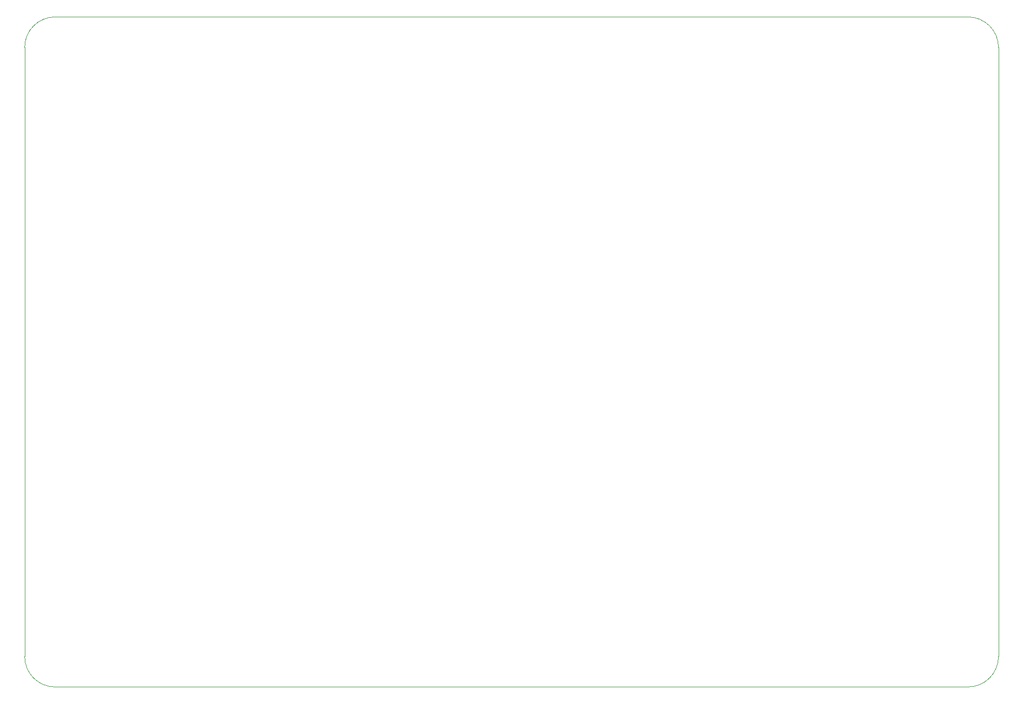
<source format=gbr>
%TF.GenerationSoftware,KiCad,Pcbnew,7.0.2*%
%TF.CreationDate,2023-07-10T01:25:34+02:00*%
%TF.ProjectId,FPGA_V2,46504741-5f56-4322-9e6b-696361645f70,rev?*%
%TF.SameCoordinates,Original*%
%TF.FileFunction,Profile,NP*%
%FSLAX46Y46*%
G04 Gerber Fmt 4.6, Leading zero omitted, Abs format (unit mm)*
G04 Created by KiCad (PCBNEW 7.0.2) date 2023-07-10 01:25:34*
%MOMM*%
%LPD*%
G01*
G04 APERTURE LIST*
%TA.AperFunction,Profile*%
%ADD10C,0.100000*%
%TD*%
G04 APERTURE END LIST*
D10*
X20320000Y-15240000D02*
X172720000Y-15240000D01*
X172720000Y-127000000D02*
X20320000Y-127000000D01*
X15240000Y-121920000D02*
X15240000Y-20320000D01*
X172720000Y-127000000D02*
G75*
G03*
X177800000Y-121920000I0J5080000D01*
G01*
X177800000Y-20320000D02*
X177800000Y-121920000D01*
X177800000Y-20320000D02*
G75*
G03*
X172720000Y-15240000I-5080000J0D01*
G01*
X15240000Y-121920000D02*
G75*
G03*
X20320000Y-127000000I5080000J0D01*
G01*
X20320000Y-15240000D02*
G75*
G03*
X15240000Y-20320000I0J-5080000D01*
G01*
M02*

</source>
